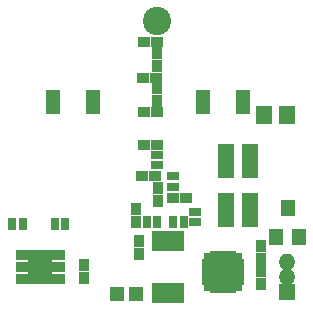
<source format=gts>
G04 #@! TF.FileFunction,Soldermask,Top*
%FSLAX46Y46*%
G04 Gerber Fmt 4.6, Leading zero omitted, Abs format (unit mm)*
G04 Created by KiCad (PCBNEW 4.0.7-e2-6376~60~ubuntu17.10.1) date Mon Apr  2 23:18:42 2018*
%MOMM*%
%LPD*%
G01*
G04 APERTURE LIST*
%ADD10C,0.100000*%
%ADD11R,0.900000X1.000000*%
%ADD12R,1.000000X0.900000*%
%ADD13R,1.200000X1.200000*%
%ADD14R,0.800000X1.000000*%
%ADD15R,1.400000X1.400000*%
%ADD16O,1.400000X1.400000*%
%ADD17R,0.700000X1.800000*%
%ADD18R,2.000000X2.900000*%
%ADD19R,1.250000X0.850000*%
%ADD20R,1.000000X0.800000*%
%ADD21R,1.400000X2.980000*%
%ADD22R,1.300000X2.100000*%
%ADD23C,2.398980*%
%ADD24R,1.400000X1.650000*%
%ADD25R,0.700000X0.700000*%
%ADD26R,0.950000X0.650000*%
%ADD27R,0.650000X0.950000*%
%ADD28R,2.100000X2.100000*%
%ADD29R,1.200000X1.400000*%
G04 APERTURE END LIST*
D10*
D11*
X174053500Y-147024000D03*
X174053500Y-148124000D03*
X174040800Y-146032400D03*
X174040800Y-144932400D03*
X159004000Y-146558000D03*
X159004000Y-147658000D03*
X163677600Y-145634800D03*
X163677600Y-144534800D03*
D12*
X165205500Y-127635000D03*
X164105500Y-127635000D03*
X165142000Y-130708400D03*
X164042000Y-130708400D03*
D13*
X161823600Y-148996400D03*
X163423600Y-148996400D03*
D14*
X153866000Y-143052800D03*
X152966000Y-143052800D03*
X157472800Y-143052800D03*
X156572800Y-143052800D03*
D15*
X176212500Y-148844000D03*
D16*
X176212500Y-147574000D03*
X176212500Y-146304000D03*
D17*
X167166800Y-144510400D03*
X166666800Y-144510400D03*
X166166800Y-144510400D03*
X165666800Y-144510400D03*
X165166800Y-144510400D03*
X165166800Y-148910400D03*
X165666800Y-148910400D03*
X166166800Y-148910400D03*
X166666800Y-148910400D03*
X167166800Y-148910400D03*
D18*
X155346400Y-146710400D03*
D19*
X153846400Y-145710400D03*
X153846400Y-146710400D03*
X153846400Y-147710400D03*
X156846400Y-147710400D03*
X156846400Y-146710400D03*
X156846400Y-145710400D03*
D12*
X165201600Y-136347200D03*
X164101600Y-136347200D03*
X165091200Y-139039600D03*
X163991200Y-139039600D03*
X167682000Y-140868400D03*
X166582000Y-140868400D03*
D11*
X165303200Y-140022400D03*
X165303200Y-141122400D03*
D20*
X165201600Y-138118000D03*
X165201600Y-137218000D03*
X166573200Y-139946800D03*
X166573200Y-139046800D03*
D14*
X166580400Y-142900400D03*
X167480400Y-142900400D03*
D11*
X163474400Y-142891600D03*
X163474400Y-141791600D03*
D21*
X173059600Y-137716600D03*
X173059600Y-141886600D03*
X171059600Y-137716600D03*
X171059600Y-141886600D03*
D22*
X159815000Y-132715000D03*
X156415000Y-132715000D03*
D23*
X165201600Y-125882400D03*
D14*
X164345200Y-142900400D03*
X165245200Y-142900400D03*
D20*
X168452800Y-142044000D03*
X168452800Y-142944000D03*
D12*
X165201600Y-133604000D03*
X164101600Y-133604000D03*
D24*
X174260000Y-133807200D03*
X176260000Y-133807200D03*
D22*
X172515000Y-132715000D03*
X169115000Y-132715000D03*
D11*
X165201600Y-129725600D03*
X165201600Y-128625600D03*
X165201600Y-132680800D03*
X165201600Y-131580800D03*
D25*
X172054600Y-148381800D03*
D26*
X172139600Y-147866800D03*
X172139600Y-147366800D03*
X172139600Y-146866800D03*
X172139600Y-146366800D03*
D25*
X172054600Y-145851800D03*
D27*
X171039600Y-145766800D03*
X171539600Y-145766800D03*
X170539600Y-145766800D03*
X170039600Y-145766800D03*
D25*
X169524600Y-148381800D03*
D26*
X169439600Y-146366800D03*
X169439600Y-146866800D03*
X169439600Y-147366800D03*
X169439600Y-147866800D03*
D25*
X169524600Y-145851800D03*
D27*
X170039600Y-148466800D03*
X170539600Y-148466800D03*
X171039600Y-148466800D03*
X171539600Y-148466800D03*
D28*
X170789600Y-147116800D03*
D29*
X176276000Y-141751200D03*
X175326000Y-144151200D03*
X177226000Y-144151200D03*
M02*

</source>
